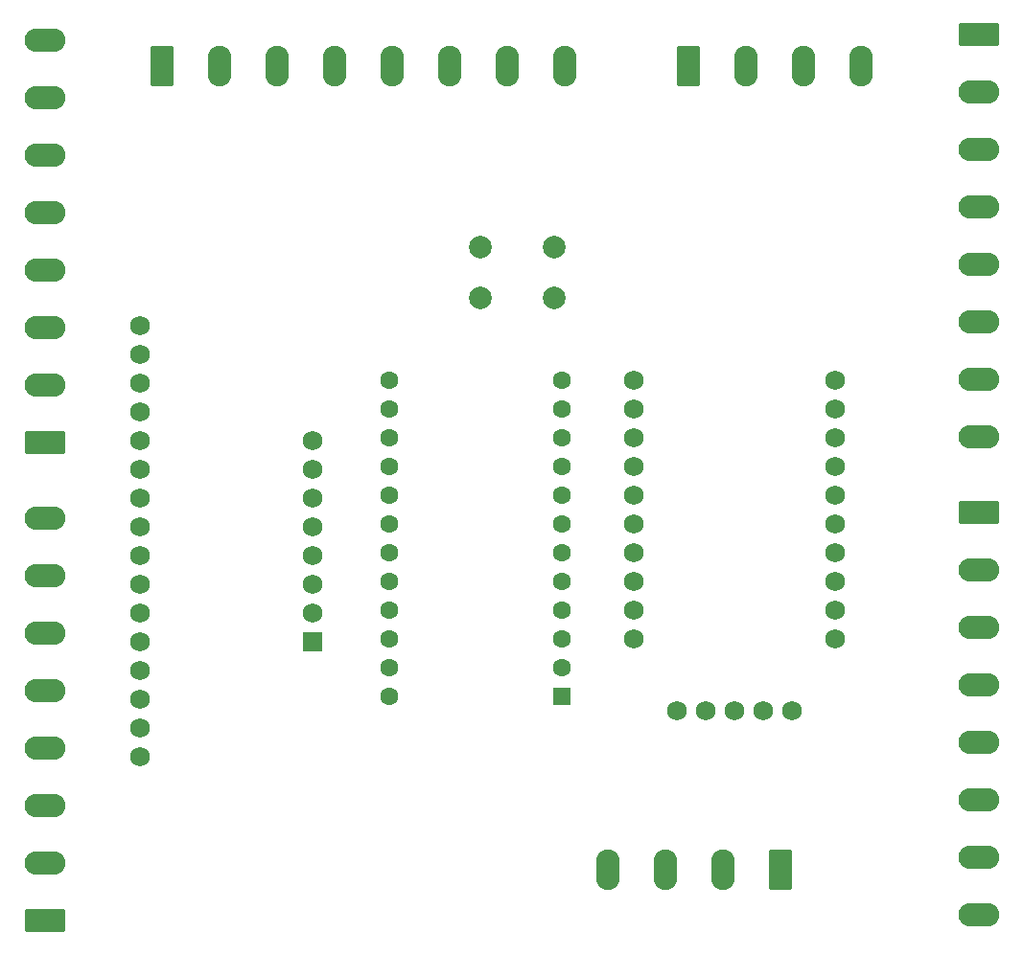
<source format=gbr>
%TF.GenerationSoftware,KiCad,Pcbnew,9.0.6*%
%TF.CreationDate,2026-02-03T15:32:43-08:00*%
%TF.ProjectId,FlightSimIOBoard,466c6967-6874-4536-996d-494f426f6172,rev?*%
%TF.SameCoordinates,Original*%
%TF.FileFunction,Soldermask,Bot*%
%TF.FilePolarity,Negative*%
%FSLAX46Y46*%
G04 Gerber Fmt 4.6, Leading zero omitted, Abs format (unit mm)*
G04 Created by KiCad (PCBNEW 9.0.6) date 2026-02-03 15:32:43*
%MOMM*%
%LPD*%
G01*
G04 APERTURE LIST*
G04 Aperture macros list*
%AMRoundRect*
0 Rectangle with rounded corners*
0 $1 Rounding radius*
0 $2 $3 $4 $5 $6 $7 $8 $9 X,Y pos of 4 corners*
0 Add a 4 corners polygon primitive as box body*
4,1,4,$2,$3,$4,$5,$6,$7,$8,$9,$2,$3,0*
0 Add four circle primitives for the rounded corners*
1,1,$1+$1,$2,$3*
1,1,$1+$1,$4,$5*
1,1,$1+$1,$6,$7*
1,1,$1+$1,$8,$9*
0 Add four rect primitives between the rounded corners*
20,1,$1+$1,$2,$3,$4,$5,0*
20,1,$1+$1,$4,$5,$6,$7,0*
20,1,$1+$1,$6,$7,$8,$9,0*
20,1,$1+$1,$8,$9,$2,$3,0*%
G04 Aperture macros list end*
%ADD10C,1.734000*%
%ADD11RoundRect,0.249999X-1.550001X0.790001X-1.550001X-0.790001X1.550001X-0.790001X1.550001X0.790001X0*%
%ADD12O,3.600000X2.080000*%
%ADD13RoundRect,0.102000X-0.765000X-0.765000X0.765000X-0.765000X0.765000X0.765000X-0.765000X0.765000X0*%
%ADD14RoundRect,0.249999X1.550001X-0.790001X1.550001X0.790001X-1.550001X0.790001X-1.550001X-0.790001X0*%
%ADD15R,1.600000X1.600000*%
%ADD16C,1.600000*%
%ADD17RoundRect,0.249999X-0.790001X-1.550001X0.790001X-1.550001X0.790001X1.550001X-0.790001X1.550001X0*%
%ADD18O,2.080000X3.600000*%
%ADD19C,2.000000*%
%ADD20RoundRect,0.249999X0.790001X1.550001X-0.790001X1.550001X-0.790001X-1.550001X0.790001X-1.550001X0*%
G04 APERTURE END LIST*
D10*
%TO.C,U3*%
X137530000Y-109650000D03*
X141340000Y-116000000D03*
X155310000Y-109650000D03*
X151500000Y-116000000D03*
X155310000Y-104570000D03*
X155310000Y-102030000D03*
X155310000Y-99490000D03*
X155310000Y-96950000D03*
X155310000Y-94410000D03*
X155310000Y-91870000D03*
X155310000Y-89330000D03*
X155310000Y-86790000D03*
X137530000Y-86790000D03*
X137530000Y-89330000D03*
X137530000Y-91870000D03*
X137530000Y-94410000D03*
X137530000Y-96950000D03*
X137530000Y-99490000D03*
X137530000Y-102030000D03*
X137530000Y-104570000D03*
X148960000Y-116000000D03*
X146420000Y-116000000D03*
X143880000Y-116000000D03*
X137530000Y-107110000D03*
X155310000Y-107110000D03*
%TD*%
D11*
%TO.C,J6*%
X168000000Y-98420000D03*
D12*
X168000000Y-103500000D03*
X168000000Y-108580000D03*
X168000000Y-113660000D03*
X168000000Y-118740000D03*
X168000000Y-123820000D03*
X168000000Y-128900000D03*
X168000000Y-133980000D03*
%TD*%
D10*
%TO.C,U2*%
X93880000Y-120050000D03*
X93880000Y-117510000D03*
X93880000Y-114970000D03*
X93880000Y-112430000D03*
X93880000Y-109890000D03*
X93880000Y-107350000D03*
X93880000Y-104810000D03*
X93880000Y-102270000D03*
X93880000Y-99730000D03*
X93880000Y-97190000D03*
X93880000Y-94650000D03*
X93880000Y-92110000D03*
X93880000Y-89570000D03*
X93880000Y-87030000D03*
X93880000Y-84490000D03*
X93880000Y-81950000D03*
D13*
X109120000Y-109890000D03*
D10*
X109120000Y-107350000D03*
X109120000Y-104810000D03*
X109120000Y-102270000D03*
X109120000Y-99730000D03*
X109120000Y-97190000D03*
X109120000Y-94650000D03*
X109120000Y-92110000D03*
%TD*%
D14*
%TO.C,J2*%
X85500000Y-92240000D03*
D12*
X85500000Y-87160000D03*
X85500000Y-82080000D03*
X85500000Y-77000000D03*
X85500000Y-71920000D03*
X85500000Y-66840000D03*
X85500000Y-61760000D03*
X85500000Y-56680000D03*
%TD*%
D11*
%TO.C,J5*%
X168000000Y-56180000D03*
D12*
X168000000Y-61260000D03*
X168000000Y-66340000D03*
X168000000Y-71420000D03*
X168000000Y-76500000D03*
X168000000Y-81580000D03*
X168000000Y-86660000D03*
X168000000Y-91740000D03*
%TD*%
D15*
%TO.C,U1*%
X131120000Y-114700000D03*
D16*
X131120000Y-112160000D03*
X131120000Y-109620000D03*
X131120000Y-107080000D03*
X131120000Y-104540000D03*
X131120000Y-102000000D03*
X131120000Y-99460000D03*
X131120000Y-96920000D03*
X131120000Y-94380000D03*
X131120000Y-91840000D03*
X131120000Y-89300000D03*
X131120000Y-86760000D03*
X115880000Y-86760000D03*
X115880000Y-89300000D03*
X115880000Y-91840000D03*
X115880000Y-94380000D03*
X115880000Y-96920000D03*
X115880000Y-99460000D03*
X115880000Y-102000000D03*
X115880000Y-104540000D03*
X115880000Y-107080000D03*
X115880000Y-109620000D03*
X115880000Y-112160000D03*
X115880000Y-114700000D03*
%TD*%
D17*
%TO.C,J4*%
X142340000Y-59000000D03*
D18*
X147420000Y-59000000D03*
X152500000Y-59000000D03*
X157580000Y-59000000D03*
%TD*%
D17*
%TO.C,J3*%
X95840000Y-59000000D03*
D18*
X100920000Y-59000000D03*
X106000000Y-59000000D03*
X111080000Y-59000000D03*
X116160000Y-59000000D03*
X121240000Y-59000000D03*
X126320000Y-59000000D03*
X131400000Y-59000000D03*
%TD*%
D19*
%TO.C,RESET_SW*%
X124000000Y-75000000D03*
X130500000Y-75000000D03*
X124000000Y-79500000D03*
X130500000Y-79500000D03*
%TD*%
D14*
%TO.C,J1*%
X85500000Y-134500000D03*
D12*
X85500000Y-129420000D03*
X85500000Y-124340000D03*
X85500000Y-119260000D03*
X85500000Y-114180000D03*
X85500000Y-109100000D03*
X85500000Y-104020000D03*
X85500000Y-98940000D03*
%TD*%
D20*
%TO.C,J8*%
X150500000Y-130000000D03*
D18*
X145420000Y-130000000D03*
X140340000Y-130000000D03*
X135260000Y-130000000D03*
%TD*%
M02*

</source>
